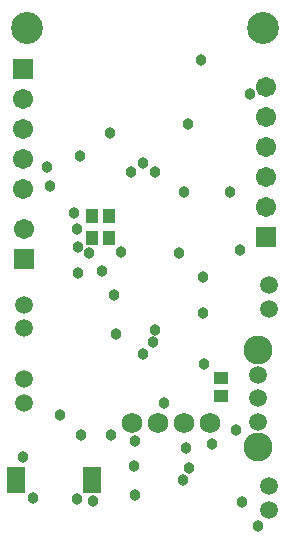
<source format=gts>
G04*
G04 #@! TF.GenerationSoftware,Altium Limited,Altium Designer,20.2.6 (244)*
G04*
G04 Layer_Color=8388736*
%FSLAX25Y25*%
%MOIN*%
G70*
G04*
G04 #@! TF.SameCoordinates,BA58542B-DB92-4AA8-A68B-AA0BDC3E5658*
G04*
G04*
G04 #@! TF.FilePolarity,Negative*
G04*
G01*
G75*
%ADD14R,0.04737X0.03950*%
%ADD15R,0.06300X0.08700*%
%ADD16R,0.03950X0.04737*%
%ADD17C,0.06800*%
%ADD18C,0.09658*%
%ADD19C,0.05918*%
%ADD20C,0.06706*%
%ADD21R,0.06706X0.06706*%
%ADD22C,0.03800*%
%ADD23C,0.10642*%
D14*
X604500Y345953D02*
D03*
Y340047D02*
D03*
D15*
X561600Y312000D02*
D03*
X536400D02*
D03*
D16*
X561484Y400000D02*
D03*
X567390D02*
D03*
X561484Y392500D02*
D03*
X567390D02*
D03*
D17*
X601000Y331000D02*
D03*
X575000D02*
D03*
X583667D02*
D03*
X592333D02*
D03*
D18*
X617000Y322984D02*
D03*
Y355268D02*
D03*
D19*
Y331252D02*
D03*
Y339126D02*
D03*
Y347000D02*
D03*
X539000Y345500D02*
D03*
Y337626D02*
D03*
Y370374D02*
D03*
Y362500D02*
D03*
X620500Y302000D02*
D03*
Y309874D02*
D03*
Y369000D02*
D03*
Y376874D02*
D03*
D20*
X619500Y443000D02*
D03*
Y433000D02*
D03*
Y423000D02*
D03*
Y413000D02*
D03*
Y403000D02*
D03*
X538500Y439000D02*
D03*
Y429000D02*
D03*
Y419000D02*
D03*
Y409000D02*
D03*
X539000Y395500D02*
D03*
D21*
X619500Y393000D02*
D03*
X538500Y449000D02*
D03*
X539000Y385500D02*
D03*
D22*
X557500Y420000D02*
D03*
X547500Y410000D02*
D03*
X611000Y388500D02*
D03*
X598500Y379500D02*
D03*
Y367500D02*
D03*
X585500Y337500D02*
D03*
X599000Y350500D02*
D03*
X601500Y324000D02*
D03*
X609500Y328500D02*
D03*
X617000Y296500D02*
D03*
X611500Y304500D02*
D03*
X593000Y322500D02*
D03*
X592000Y312000D02*
D03*
X576000Y325000D02*
D03*
Y307000D02*
D03*
X558000Y327000D02*
D03*
X582000Y358000D02*
D03*
X569500Y360500D02*
D03*
X569000Y373500D02*
D03*
X567500Y427500D02*
D03*
X542000Y306000D02*
D03*
X538500Y319475D02*
D03*
X546600Y416400D02*
D03*
X557000Y381000D02*
D03*
X560500Y387600D02*
D03*
X557115Y389731D02*
D03*
X571400Y387800D02*
D03*
X565000Y381500D02*
D03*
X590500Y387500D02*
D03*
X598000Y452000D02*
D03*
X593500Y430500D02*
D03*
X607726Y407774D02*
D03*
X592461Y408000D02*
D03*
X555600Y401000D02*
D03*
X556500Y395750D02*
D03*
X578500Y417500D02*
D03*
X574500Y414500D02*
D03*
X582500D02*
D03*
X582500Y362000D02*
D03*
X550900Y333500D02*
D03*
X568000Y327000D02*
D03*
X578500Y354000D02*
D03*
X556500Y305500D02*
D03*
X562005Y305035D02*
D03*
X575500Y316500D02*
D03*
X594000Y316000D02*
D03*
X614208Y440600D02*
D03*
D23*
X618500Y462500D02*
D03*
X540000D02*
D03*
M02*

</source>
